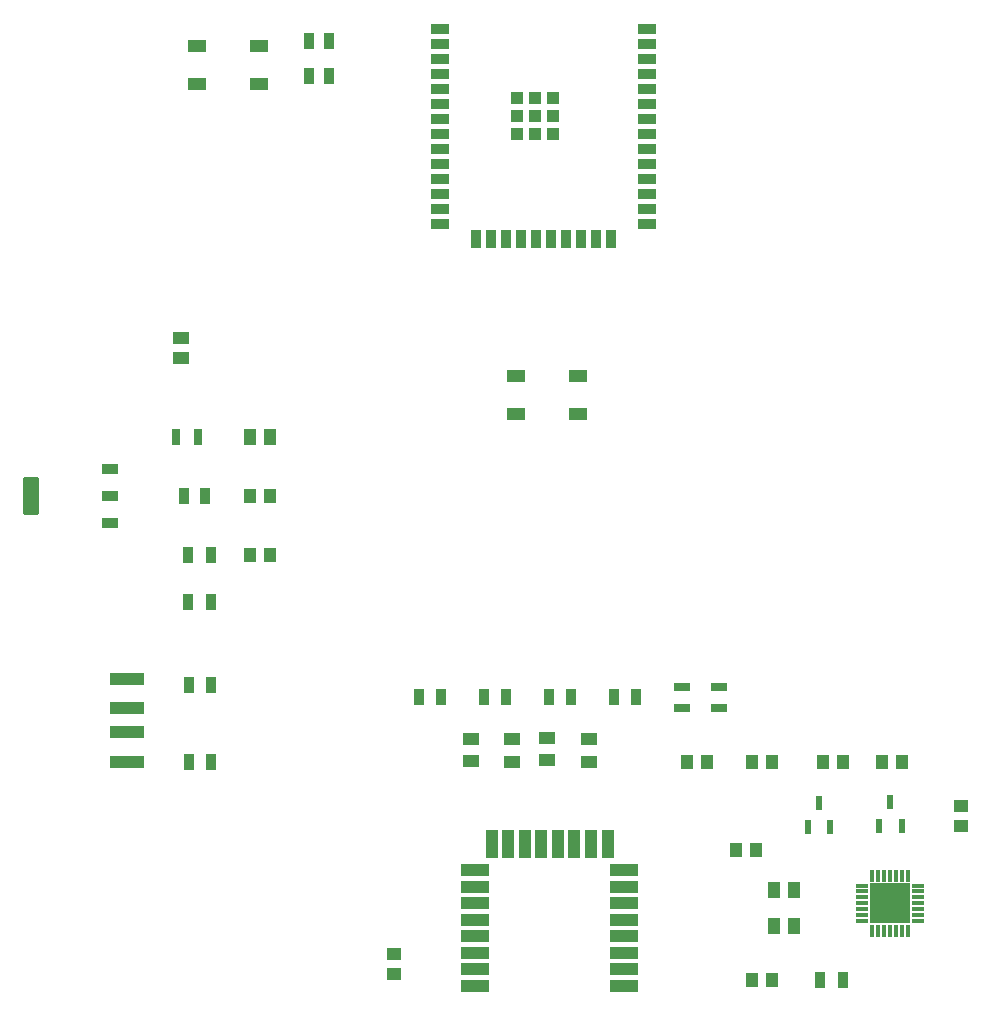
<source format=gtp>
%TF.GenerationSoftware,KiCad,Pcbnew,8.0.3*%
%TF.CreationDate,2024-09-12T15:56:22-04:00*%
%TF.ProjectId,G7 Senior Design V2,47372053-656e-4696-9f72-204465736967,rev?*%
%TF.SameCoordinates,Original*%
%TF.FileFunction,Paste,Top*%
%TF.FilePolarity,Positive*%
%FSLAX46Y46*%
G04 Gerber Fmt 4.6, Leading zero omitted, Abs format (unit mm)*
G04 Created by KiCad (PCBNEW 8.0.3) date 2024-09-12 15:56:22*
%MOMM*%
%LPD*%
G01*
G04 APERTURE LIST*
G04 Aperture macros list*
%AMRoundRect*
0 Rectangle with rounded corners*
0 $1 Rounding radius*
0 $2 $3 $4 $5 $6 $7 $8 $9 X,Y pos of 4 corners*
0 Add a 4 corners polygon primitive as box body*
4,1,4,$2,$3,$4,$5,$6,$7,$8,$9,$2,$3,0*
0 Add four circle primitives for the rounded corners*
1,1,$1+$1,$2,$3*
1,1,$1+$1,$4,$5*
1,1,$1+$1,$6,$7*
1,1,$1+$1,$8,$9*
0 Add four rect primitives between the rounded corners*
20,1,$1+$1,$2,$3,$4,$5,0*
20,1,$1+$1,$4,$5,$6,$7,0*
20,1,$1+$1,$6,$7,$8,$9,0*
20,1,$1+$1,$8,$9,$2,$3,0*%
G04 Aperture macros list end*
%ADD10R,1.346200X1.117600*%
%ADD11R,0.812800X1.346200*%
%ADD12R,0.950000X1.400000*%
%ADD13R,1.550000X1.000000*%
%ADD14R,1.005599X1.199998*%
%ADD15R,1.066800X1.219200*%
%ADD16R,1.420000X1.000000*%
%ADD17R,2.438400X0.990600*%
%ADD18R,0.990600X2.438400*%
%ADD19R,0.910000X1.390000*%
%ADD20R,0.803200X1.450000*%
%ADD21R,1.117600X1.346200*%
%ADD22R,2.880000X1.120000*%
%ADD23R,0.920000X1.380000*%
%ADD24R,1.199998X1.005599*%
%ADD25R,0.558800X1.219200*%
%ADD26R,1.450000X0.803200*%
%ADD27R,1.498600X0.889000*%
%ADD28R,0.889000X1.498600*%
%ADD29R,1.041400X1.041400*%
%ADD30RoundRect,0.069750X0.585250X0.395250X-0.585250X0.395250X-0.585250X-0.395250X0.585250X-0.395250X0*%
%ADD31RoundRect,0.098250X0.556750X1.521750X-0.556750X1.521750X-0.556750X-1.521750X0.556750X-1.521750X0*%
%ADD32R,3.350000X3.350000*%
%ADD33R,0.300000X1.000000*%
%ADD34R,1.000000X0.300000*%
G04 APERTURE END LIST*
D10*
%TO.C,C1*%
X119000000Y-84149100D03*
X119000000Y-85850900D03*
%TD*%
D11*
%TO.C,R26*%
X119696600Y-120000000D03*
X121500000Y-120000000D03*
%TD*%
D12*
%TO.C,D2*%
X150100000Y-114500000D03*
X152000000Y-114500000D03*
%TD*%
D13*
%TO.C,S2*%
X120375000Y-59400000D03*
X125625000Y-59400000D03*
X120375000Y-62600000D03*
X125625000Y-62600000D03*
%TD*%
D14*
%TO.C,R11*%
X124794402Y-97500000D03*
X126500000Y-97500000D03*
%TD*%
D11*
%TO.C,R25*%
X119696600Y-113500000D03*
X121500000Y-113500000D03*
%TD*%
D12*
%TO.C,D1*%
X155600000Y-114500000D03*
X157500000Y-114500000D03*
%TD*%
D15*
%TO.C,C14*%
X173349000Y-120000000D03*
X175000000Y-120000000D03*
%TD*%
%TO.C,C22*%
X124849000Y-102500000D03*
X126500000Y-102500000D03*
%TD*%
D16*
%TO.C,R6*%
X143500000Y-119935000D03*
X143500000Y-118065000D03*
%TD*%
D17*
%TO.C,U2*%
X156500000Y-139000000D03*
X156500000Y-137600001D03*
X156500000Y-136200001D03*
X156500000Y-134800001D03*
X156500000Y-133399999D03*
X156500000Y-131999999D03*
X156500000Y-130599999D03*
X156500000Y-129200000D03*
D18*
X155096101Y-126999998D03*
X153696102Y-126999998D03*
X152296102Y-126999998D03*
X150896102Y-126999998D03*
X149496100Y-126999998D03*
X148096100Y-126999998D03*
X146696100Y-126999998D03*
X145296101Y-126999998D03*
D17*
X143892202Y-129200000D03*
X143892202Y-130599999D03*
X143892202Y-131999999D03*
X143892202Y-133399999D03*
X143892202Y-134800001D03*
X143892202Y-136200001D03*
X143892202Y-137600001D03*
X143892202Y-139000000D03*
%TD*%
D19*
%TO.C,C19*%
X129860000Y-59000000D03*
X131500000Y-59000000D03*
%TD*%
D20*
%TO.C,R32*%
X118598400Y-92500000D03*
X120401600Y-92500000D03*
%TD*%
D21*
%TO.C,C31*%
X169174400Y-133894900D03*
X170876200Y-133894900D03*
%TD*%
D22*
%TO.C,J1*%
X114372500Y-113000000D03*
X114372500Y-115500000D03*
X114372500Y-117500000D03*
X114372500Y-120000000D03*
%TD*%
D23*
%TO.C,R2*%
X119590000Y-102500000D03*
X121500000Y-102500000D03*
%TD*%
D24*
%TO.C,R22*%
X185000000Y-123794402D03*
X185000000Y-125500000D03*
%TD*%
D12*
%TO.C,D3*%
X144600000Y-114500000D03*
X146500000Y-114500000D03*
%TD*%
D25*
%TO.C,Q1*%
X178099998Y-125500000D03*
X180000000Y-125500000D03*
X179049999Y-123458001D03*
%TD*%
D16*
%TO.C,R5*%
X153500000Y-120000000D03*
X153500000Y-118130000D03*
%TD*%
D24*
%TO.C,R15-1*%
X137000000Y-136294402D03*
X137000000Y-138000000D03*
%TD*%
D23*
%TO.C,R24*%
X173090000Y-138500000D03*
X175000000Y-138500000D03*
%TD*%
D15*
%TO.C,C3*%
X161849000Y-120000000D03*
X163500000Y-120000000D03*
%TD*%
D16*
%TO.C,R4*%
X150000000Y-119870000D03*
X150000000Y-118000000D03*
%TD*%
D14*
%TO.C,R23*%
X178294402Y-120000000D03*
X180000000Y-120000000D03*
%TD*%
D26*
%TO.C,R33*%
X161401600Y-113696800D03*
X161401600Y-115500000D03*
%TD*%
D15*
%TO.C,C15*%
X167349000Y-120000000D03*
X169000000Y-120000000D03*
%TD*%
D19*
%TO.C,C20*%
X129860000Y-62000000D03*
X131500000Y-62000000D03*
%TD*%
D16*
%TO.C,R7*%
X147000000Y-120000000D03*
X147000000Y-118130000D03*
%TD*%
D13*
%TO.C,S1*%
X147375000Y-87400000D03*
X152625000Y-87400000D03*
X147375000Y-90600000D03*
X152625000Y-90600000D03*
%TD*%
D27*
%TO.C,U1*%
X140905000Y-58000000D03*
X140905000Y-59270000D03*
X140905000Y-60540000D03*
X140905000Y-61810000D03*
X140905000Y-63080000D03*
X140905000Y-64350000D03*
X140905000Y-65620000D03*
X140905000Y-66890000D03*
X140905000Y-68160000D03*
X140905000Y-69430000D03*
X140905000Y-70700000D03*
X140905000Y-71970000D03*
X140905000Y-73240000D03*
X140905000Y-74510000D03*
D28*
X143940000Y-75760000D03*
X145210000Y-75760000D03*
X146480000Y-75760000D03*
X147750000Y-75760000D03*
X149020000Y-75760000D03*
X150290000Y-75760000D03*
X151560000Y-75760000D03*
X152830000Y-75760000D03*
X154100000Y-75760000D03*
X155370000Y-75760000D03*
D27*
X158405000Y-74510000D03*
X158405000Y-73240000D03*
X158405000Y-71970000D03*
X158405000Y-70700000D03*
X158405000Y-69430000D03*
X158405000Y-68160000D03*
X158405000Y-66890000D03*
X158405000Y-65620000D03*
X158405000Y-64350000D03*
X158405000Y-63080000D03*
X158405000Y-61810000D03*
X158405000Y-60540000D03*
X158405000Y-59270000D03*
X158405000Y-58000000D03*
D29*
X148975000Y-65340000D03*
X147450000Y-63815000D03*
X147450000Y-65340000D03*
X147450000Y-66865000D03*
X148975000Y-66865000D03*
X150500000Y-66865000D03*
X150500000Y-65340000D03*
X150500000Y-63815000D03*
X148975000Y-63815000D03*
%TD*%
D14*
%TO.C,R21*%
X166000000Y-127500000D03*
X167705598Y-127500000D03*
%TD*%
D12*
%TO.C,D4*%
X139100000Y-114500000D03*
X141000000Y-114500000D03*
%TD*%
D30*
%TO.C,U3*%
X113000000Y-99790000D03*
X113000000Y-97500000D03*
X113000000Y-95210000D03*
D31*
X106310000Y-97500000D03*
%TD*%
D12*
%TO.C,LED1*%
X119600000Y-106500000D03*
X121500000Y-106500000D03*
%TD*%
D25*
%TO.C,Q2*%
X172049999Y-125520999D03*
X173950001Y-125520999D03*
X173000000Y-123479000D03*
%TD*%
D14*
%TO.C,R34*%
X167294402Y-138500000D03*
X169000000Y-138500000D03*
%TD*%
D32*
%TO.C,IC3*%
X179000000Y-132000000D03*
D33*
X177500000Y-129650000D03*
X178000000Y-129650000D03*
X178500000Y-129650000D03*
X179000000Y-129650000D03*
X179500000Y-129650000D03*
X180000000Y-129650000D03*
X180500000Y-129650000D03*
D34*
X181350000Y-130500000D03*
X181350000Y-131000000D03*
X181350000Y-131500000D03*
X181350000Y-132000000D03*
X181350000Y-132500000D03*
X181350000Y-133000000D03*
X181350000Y-133500000D03*
D33*
X180500000Y-134350000D03*
X180000000Y-134350000D03*
X179500000Y-134350000D03*
X179000000Y-134350000D03*
X178500000Y-134350000D03*
X178000000Y-134350000D03*
X177500000Y-134350000D03*
D34*
X176650000Y-133500000D03*
X176650000Y-133000000D03*
X176650000Y-132500000D03*
X176650000Y-132000000D03*
X176650000Y-131500000D03*
X176650000Y-131000000D03*
X176650000Y-130500000D03*
%TD*%
D11*
%TO.C,R0-1*%
X119196600Y-97500000D03*
X121000000Y-97500000D03*
%TD*%
D21*
%TO.C,C21*%
X169174400Y-130888300D03*
X170876200Y-130888300D03*
%TD*%
%TO.C,C3-22uF1*%
X124798200Y-92500000D03*
X126500000Y-92500000D03*
%TD*%
D26*
%TO.C,R31*%
X164500000Y-113696800D03*
X164500000Y-115500000D03*
%TD*%
M02*

</source>
